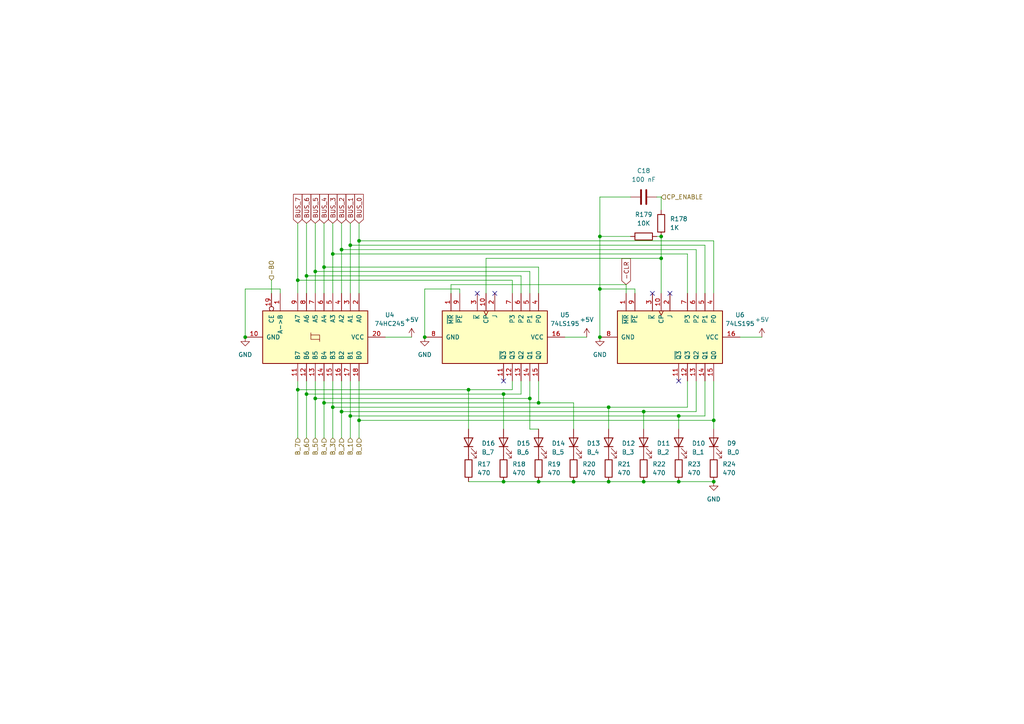
<source format=kicad_sch>
(kicad_sch (version 20230121) (generator eeschema)
  (paper "A4")
  (title_block (title "B-Register") (date "2023-07-12") (rev "1"))
  (lib_symbols
    (symbol "74xx:74HC245" (pin_names (offset 1.016))
      (property "Reference" "U" (at -7.62 16.51 0))
      (property "Value" "74HC245" (at -7.62 -16.51 0))
      (symbol "74HC245_1_0"
        (polyline (pts (xy -0.635 -1.27) (xy -0.635 1.27) (xy 0.635 1.27)))
        (polyline (pts (xy -1.27 -1.27) (xy 0.635 -1.27) (xy 0.635 1.27) (xy 1.27 1.27)))
        (pin input line (at -12.7 -10.16 0) (length 5.08) (name "A->B") (number "1"))
        (pin power_in line (at 0 -20.32 90) (length 5.08) (name "GND") (number "10"))
        (pin tri_state line (at 12.7 -5.08 180) (length 5.08) (name "B7") (number "11"))
        (pin tri_state line (at 12.7 -2.54 180) (length 5.08) (name "B6") (number "12"))
        (pin tri_state line (at 12.7 0 180) (length 5.08) (name "B5") (number "13"))
        (pin tri_state line (at 12.7 2.54 180) (length 5.08) (name "B4") (number "14"))
        (pin tri_state line (at 12.7 5.08 180) (length 5.08) (name "B3") (number "15"))
        (pin tri_state line (at 12.7 7.62 180) (length 5.08) (name "B2") (number "16"))
        (pin tri_state line (at 12.7 10.16 180) (length 5.08) (name "B1") (number "17"))
        (pin tri_state line (at 12.7 12.7 180) (length 5.08) (name "B0") (number "18"))
        (pin input inverted (at -12.7 -12.7 0) (length 5.08) (name "CE") (number "19"))
        (pin tri_state line (at -12.7 12.7 0) (length 5.08) (name "A0") (number "2"))
        (pin power_in line (at 0 20.32 270) (length 5.08) (name "VCC") (number "20"))
        (pin tri_state line (at -12.7 10.16 0) (length 5.08) (name "A1") (number "3"))
        (pin tri_state line (at -12.7 7.62 0) (length 5.08) (name "A2") (number "4"))
        (pin tri_state line (at -12.7 5.08 0) (length 5.08) (name "A3") (number "5"))
        (pin tri_state line (at -12.7 2.54 0) (length 5.08) (name "A4") (number "6"))
        (pin tri_state line (at -12.7 0 0) (length 5.08) (name "A5") (number "7"))
        (pin tri_state line (at -12.7 -2.54 0) (length 5.08) (name "A6") (number "8"))
        (pin tri_state line (at -12.7 -5.08 0) (length 5.08) (name "A7") (number "9"))
      )
      (symbol "74HC245_1_1"
        (rectangle (start -7.62 15.24) (end 7.62 -15.24) (stroke (width 0.254)) (fill (type background)))
      )
    )
    (symbol "74xx:74LS195" (pin_names (offset 1.016))
      (property "Reference" "U" (at -7.62 16.51 0))
      (property "Value" "74LS195" (at -7.62 -16.51 0))
      (symbol "74LS195_1_0"
        (pin input line (at -12.7 -12.7 0) (length 5.08) (name "~{MR}") (number "1"))
        (pin input clock (at -12.7 -2.54 0) (length 5.08) (name "CP") (number "10"))
        (pin output line (at 12.7 2.54 180) (length 5.08) (name "~{Q3}") (number "11"))
        (pin output line (at 12.7 5.08 180) (length 5.08) (name "Q3") (number "12"))
        (pin output line (at 12.7 7.62 180) (length 5.08) (name "Q2") (number "13"))
        (pin output line (at 12.7 10.16 180) (length 5.08) (name "Q1") (number "14"))
        (pin output line (at 12.7 12.7 180) (length 5.08) (name "Q0") (number "15"))
        (pin power_in line (at 0 20.32 270) (length 5.08) (name "VCC") (number "16"))
        (pin input line (at -12.7 0 0) (length 5.08) (name "J") (number "2"))
        (pin input line (at -12.7 -5.08 0) (length 5.08) (name "~{K}") (number "3"))
        (pin input line (at -12.7 12.7 0) (length 5.08) (name "P0") (number "4"))
        (pin input line (at -12.7 10.16 0) (length 5.08) (name "P1") (number "5"))
        (pin input line (at -12.7 7.62 0) (length 5.08) (name "P2") (number "6"))
        (pin input line (at -12.7 5.08 0) (length 5.08) (name "P3") (number "7"))
        (pin power_in line (at 0 -20.32 90) (length 5.08) (name "GND") (number "8"))
        (pin input line (at -12.7 -10.16 0) (length 5.08) (name "~{PE}") (number "9"))
      )
      (symbol "74LS195_1_1"
        (rectangle (start -7.62 15.24) (end 7.62 -15.24) (stroke (width 0.254)) (fill (type background)))
      )
    )
    (symbol "Device:C" (pin_numbers hide) (pin_names (offset 0.254))
      (property "Reference" "C" (at 0.635 2.54 0))
      (property "Value" "C" (at 0.635 -2.54 0))
      (symbol "C_0_1"
        (polyline (pts (xy -2.032 -0.762) (xy 2.032 -0.762)) (stroke (width 0.508)))
        (polyline (pts (xy -2.032 0.762) (xy 2.032 0.762)) (stroke (width 0.508)))
      )
      (symbol "C_1_1"
        (pin passive line (at 0 3.81 270) (length 2.794) (name "~") (number "1"))
        (pin passive line (at 0 -3.81 90) (length 2.794) (name "~") (number "2"))
      )
    )
    (symbol "Device:LED" (pin_numbers hide) (pin_names (offset 1.016) hide)
      (property "Reference" "D" (at 0 2.54 0))
      (property "Value" "LED" (at 0 -2.54 0))
      (symbol "LED_0_1"
        (polyline (pts (xy -1.27 -1.27) (xy -1.27 1.27)) (stroke (width 0.254)))
        (polyline (pts (xy -1.27 0) (xy 1.27 0)))
        (polyline (pts (xy 1.27 -1.27) (xy 1.27 1.27) (xy -1.27 0) (xy 1.27 -1.27)) (stroke (width 0.254)))
        (polyline (pts (xy -3.048 -0.762) (xy -4.572 -2.286) (xy -3.81 -2.286) (xy -4.572 -2.286) (xy -4.572 -1.524)))
        (polyline (pts (xy -1.778 -0.762) (xy -3.302 -2.286) (xy -2.54 -2.286) (xy -3.302 -2.286) (xy -3.302 -1.524)))
      )
      (symbol "LED_1_1"
        (pin passive line (at -3.81 0 0) (length 2.54) (name "K") (number "1"))
        (pin passive line (at 3.81 0 180) (length 2.54) (name "A") (number "2"))
      )
    )
    (symbol "Device:R" (pin_numbers hide) (pin_names (offset 0))
      (property "Reference" "R" (at 2.032 0 90))
      (property "Value" "R" (at 0 0 90))
      (symbol "R_0_1"
        (rectangle (start -1.016 -2.54) (end 1.016 2.54) (stroke (width 0.254)))
      )
      (symbol "R_1_1"
        (pin passive line (at 0 3.81 270) (length 1.27) (name "~") (number "1"))
        (pin passive line (at 0 -3.81 90) (length 1.27) (name "~") (number "2"))
      )
    )
    (symbol "power:+5V" (power) (pin_names (offset 0))
      (property "Value" "+5V" (at 0 3.556 0))
      (symbol "+5V_0_1"
        (polyline (pts (xy -0.762 1.27) (xy 0 2.54)))
        (polyline (pts (xy 0 0) (xy 0 2.54)))
        (polyline (pts (xy 0 2.54) (xy 0.762 1.27)))
      )
      (symbol "+5V_1_1"
        (pin power_in line (at 0 0 90) (length 0) hide (name "+5V") (number "1"))
      )
    )
    (symbol "power:GND" (power) (pin_names (offset 0))
      (property "Value" "GND" (at 0 -3.81 0))
      (symbol "GND_0_1"
        (polyline (pts (xy 0 0) (xy 0 -1.27) (xy 1.27 -1.27) (xy 0 -2.54) (xy -1.27 -1.27) (xy 0 -1.27)))
      )
      (symbol "GND_1_1"
        (pin power_in line (at 0 0 270) (length 0) hide (name "GND") (number "1"))
      )
    )
  )
  (junction (at 101.6 120.65))
  (junction (at 101.6 71.12))
  (junction (at 146.05 139.7))
  (junction (at 86.36 81.28))
  (junction (at 96.52 118.11))
  (junction (at 196.85 120.65))
  (junction (at 176.53 118.11))
  (junction (at 207.01 139.7))
  (junction (at 91.44 115.57))
  (junction (at 99.06 72.39))
  (junction (at 88.9 114.3))
  (junction (at 156.21 116.84))
  (junction (at 166.37 139.7))
  (junction (at 207.01 121.92))
  (junction (at 191.77 74.93))
  (junction (at 186.69 119.38))
  (junction (at 176.53 139.7))
  (junction (at 146.05 114.3))
  (junction (at 71.12 97.79))
  (junction (at 104.14 121.92))
  (junction (at 93.98 77.47))
  (junction (at 96.52 73.66))
  (junction (at 99.06 119.38))
  (junction (at 91.44 78.74))
  (junction (at 123.19 97.79))
  (junction (at 104.14 69.85))
  (junction (at 196.85 139.7))
  (junction (at 153.67 115.57))
  (junction (at 191.77 68.58))
  (junction (at 173.99 83.82))
  (junction (at 186.69 139.7))
  (junction (at 173.99 68.58))
  (junction (at 173.99 97.79))
  (junction (at 88.9 80.01))
  (junction (at 156.21 139.7))
  (junction (at 93.98 116.84))
  (junction (at 86.36 113.03))
  (junction (at 135.89 113.03))
  (no_connect (at 196.85 110.49))
  (no_connect (at 146.05 110.49))
  (no_connect (at 138.43 85.09))
  (no_connect (at 194.31 85.09))
  (no_connect (at 143.51 85.09))
  (no_connect (at 189.23 85.09))
  (wire (pts (xy 88.9 64.77) (xy 88.9 80.01)))
  (wire (pts (xy 153.67 124.46) (xy 153.67 115.57)))
  (wire (pts (xy 191.77 74.93) (xy 191.77 85.09)))
  (wire (pts (xy 166.37 139.7) (xy 176.53 139.7)))
  (wire (pts (xy 199.39 118.11) (xy 199.39 110.49)))
  (wire (pts (xy 153.67 115.57) (xy 153.67 110.49)))
  (wire (pts (xy 207.01 121.92) (xy 207.01 110.49)))
  (wire (pts (xy 176.53 139.7) (xy 186.69 139.7)))
  (wire (pts (xy 81.28 85.09) (xy 81.28 83.82)))
  (wire (pts (xy 99.06 119.38) (xy 186.69 119.38)))
  (wire (pts (xy 93.98 110.49) (xy 93.98 116.84)))
  (wire (pts (xy 191.77 68.58) (xy 191.77 74.93)))
  (wire (pts (xy 184.15 83.82) (xy 173.99 83.82)))
  (wire (pts (xy 135.89 139.7) (xy 146.05 139.7)))
  (wire (pts (xy 93.98 85.09) (xy 93.98 77.47)))
  (wire (pts (xy 151.13 80.01) (xy 151.13 85.09)))
  (wire (pts (xy 207.01 69.85) (xy 207.01 85.09)))
  (wire (pts (xy 173.99 83.82) (xy 173.99 68.58)))
  (wire (pts (xy 86.36 81.28) (xy 148.59 81.28)))
  (wire (pts (xy 91.44 115.57) (xy 91.44 127)))
  (wire (pts (xy 96.52 73.66) (xy 199.39 73.66)))
  (wire (pts (xy 96.52 110.49) (xy 96.52 118.11)))
  (wire (pts (xy 181.61 85.09) (xy 181.61 82.55)))
  (wire (pts (xy 91.44 64.77) (xy 91.44 78.74)))
  (wire (pts (xy 146.05 114.3) (xy 151.13 114.3)))
  (wire (pts (xy 123.19 83.82) (xy 123.19 97.79)))
  (wire (pts (xy 104.14 69.85) (xy 207.01 69.85)))
  (wire (pts (xy 99.06 72.39) (xy 201.93 72.39)))
  (wire (pts (xy 96.52 64.77) (xy 96.52 73.66)))
  (wire (pts (xy 93.98 116.84) (xy 156.21 116.84)))
  (wire (pts (xy 201.93 119.38) (xy 201.93 110.49)))
  (wire (pts (xy 99.06 64.77) (xy 99.06 72.39)))
  (wire (pts (xy 156.21 139.7) (xy 166.37 139.7)))
  (wire (pts (xy 86.36 113.03) (xy 135.89 113.03)))
  (wire (pts (xy 101.6 120.65) (xy 101.6 127)))
  (wire (pts (xy 190.5 57.15) (xy 191.77 57.15)))
  (wire (pts (xy 93.98 77.47) (xy 156.21 77.47)))
  (wire (pts (xy 166.37 116.84) (xy 156.21 116.84)))
  (wire (pts (xy 196.85 120.65) (xy 204.47 120.65)))
  (wire (pts (xy 186.69 139.7) (xy 196.85 139.7)))
  (wire (pts (xy 101.6 71.12) (xy 204.47 71.12)))
  (wire (pts (xy 96.52 127) (xy 96.52 118.11)))
  (wire (pts (xy 135.89 113.03) (xy 148.59 113.03)))
  (wire (pts (xy 199.39 73.66) (xy 199.39 85.09)))
  (wire (pts (xy 99.06 85.09) (xy 99.06 72.39)))
  (wire (pts (xy 153.67 78.74) (xy 153.67 85.09)))
  (wire (pts (xy 156.21 77.47) (xy 156.21 85.09)))
  (wire (pts (xy 104.14 85.09) (xy 104.14 69.85)))
  (wire (pts (xy 166.37 124.46) (xy 166.37 116.84)))
  (wire (pts (xy 101.6 110.49) (xy 101.6 120.65)))
  (wire (pts (xy 173.99 68.58) (xy 173.99 57.15)))
  (wire (pts (xy 146.05 114.3) (xy 146.05 124.46)))
  (wire (pts (xy 196.85 139.7) (xy 207.01 139.7)))
  (wire (pts (xy 130.81 82.55) (xy 181.61 82.55)))
  (wire (pts (xy 214.63 97.79) (xy 220.98 97.79)))
  (wire (pts (xy 123.19 83.82) (xy 133.35 83.82)))
  (wire (pts (xy 186.69 119.38) (xy 186.69 124.46)))
  (wire (pts (xy 186.69 119.38) (xy 201.93 119.38)))
  (wire (pts (xy 101.6 85.09) (xy 101.6 71.12)))
  (wire (pts (xy 190.5 68.58) (xy 191.77 68.58)))
  (wire (pts (xy 104.14 64.77) (xy 104.14 69.85)))
  (wire (pts (xy 96.52 118.11) (xy 176.53 118.11)))
  (wire (pts (xy 176.53 118.11) (xy 199.39 118.11)))
  (wire (pts (xy 93.98 64.77) (xy 93.98 77.47)))
  (wire (pts (xy 88.9 114.3) (xy 88.9 127)))
  (wire (pts (xy 135.89 113.03) (xy 135.89 124.46)))
  (wire (pts (xy 101.6 120.65) (xy 196.85 120.65)))
  (wire (pts (xy 104.14 110.49) (xy 104.14 121.92)))
  (wire (pts (xy 146.05 139.7) (xy 156.21 139.7)))
  (wire (pts (xy 163.83 97.79) (xy 170.18 97.79)))
  (wire (pts (xy 91.44 78.74) (xy 153.67 78.74)))
  (wire (pts (xy 207.01 121.92) (xy 207.01 124.46)))
  (wire (pts (xy 78.74 81.28) (xy 78.74 85.09)))
  (wire (pts (xy 86.36 85.09) (xy 86.36 81.28)))
  (wire (pts (xy 111.76 97.79) (xy 119.38 97.79)))
  (wire (pts (xy 96.52 85.09) (xy 96.52 73.66)))
  (wire (pts (xy 151.13 114.3) (xy 151.13 110.49)))
  (wire (pts (xy 99.06 110.49) (xy 99.06 119.38)))
  (wire (pts (xy 148.59 81.28) (xy 148.59 85.09)))
  (wire (pts (xy 173.99 68.58) (xy 182.88 68.58)))
  (wire (pts (xy 156.21 124.46) (xy 153.67 124.46)))
  (wire (pts (xy 156.21 116.84) (xy 156.21 110.49)))
  (wire (pts (xy 196.85 120.65) (xy 196.85 124.46)))
  (wire (pts (xy 86.36 110.49) (xy 86.36 113.03)))
  (wire (pts (xy 104.14 121.92) (xy 207.01 121.92)))
  (wire (pts (xy 88.9 80.01) (xy 151.13 80.01)))
  (wire (pts (xy 130.81 82.55) (xy 130.81 85.09)))
  (wire (pts (xy 173.99 83.82) (xy 173.99 97.79)))
  (wire (pts (xy 88.9 110.49) (xy 88.9 114.3)))
  (wire (pts (xy 91.44 85.09) (xy 91.44 78.74)))
  (wire (pts (xy 86.36 64.77) (xy 86.36 81.28)))
  (wire (pts (xy 99.06 119.38) (xy 99.06 127)))
  (wire (pts (xy 88.9 85.09) (xy 88.9 80.01)))
  (wire (pts (xy 71.12 83.82) (xy 71.12 97.79)))
  (wire (pts (xy 133.35 83.82) (xy 133.35 85.09)))
  (wire (pts (xy 204.47 71.12) (xy 204.47 85.09)))
  (wire (pts (xy 101.6 64.77) (xy 101.6 71.12)))
  (wire (pts (xy 184.15 85.09) (xy 184.15 83.82)))
  (wire (pts (xy 93.98 127) (xy 93.98 116.84)))
  (wire (pts (xy 91.44 110.49) (xy 91.44 115.57)))
  (wire (pts (xy 104.14 121.92) (xy 104.14 127)))
  (wire (pts (xy 201.93 72.39) (xy 201.93 85.09)))
  (wire (pts (xy 176.53 118.11) (xy 176.53 124.46)))
  (wire (pts (xy 91.44 115.57) (xy 153.67 115.57)))
  (wire (pts (xy 140.97 74.93) (xy 191.77 74.93)))
  (wire (pts (xy 140.97 85.09) (xy 140.97 74.93)))
  (wire (pts (xy 86.36 113.03) (xy 86.36 127)))
  (wire (pts (xy 88.9 114.3) (xy 146.05 114.3)))
  (wire (pts (xy 191.77 57.15) (xy 191.77 60.96)))
  (wire (pts (xy 81.28 83.82) (xy 71.12 83.82)))
  (wire (pts (xy 204.47 120.65) (xy 204.47 110.49)))
  (wire (pts (xy 148.59 113.03) (xy 148.59 110.49)))
  (wire (pts (xy 173.99 57.15) (xy 182.88 57.15)))
  (global_label "BUS_0" (shape input) (at 104.14 64.77 90) (property "Intersheetrefs" "${INTERSHEET_REFS}" (effects hide)))
  (global_label "BUS_1" (shape input) (at 101.6 64.77 90) (property "Intersheetrefs" "${INTERSHEET_REFS}" (effects hide)))
  (global_label "BUS_4" (shape input) (at 93.98 64.77 90) (property "Intersheetrefs" "${INTERSHEET_REFS}" (effects hide)))
  (global_label "-CLR" (shape input) (at 181.61 82.55 90) (property "Intersheetrefs" "${INTERSHEET_REFS}" (effects hide)))
  (global_label "BUS_3" (shape input) (at 96.52 64.77 90) (property "Intersheetrefs" "${INTERSHEET_REFS}" (effects hide)))
  (global_label "BUS_6" (shape input) (at 88.9 64.77 90) (property "Intersheetrefs" "${INTERSHEET_REFS}" (effects hide)))
  (global_label "BUS_2" (shape input) (at 99.06 64.77 90) (property "Intersheetrefs" "${INTERSHEET_REFS}" (effects hide)))
  (global_label "BUS_5" (shape input) (at 91.44 64.77 90) (property "Intersheetrefs" "${INTERSHEET_REFS}" (effects hide)))
  (global_label "BUS_7" (shape input) (at 86.36 64.77 90) (property "Intersheetrefs" "${INTERSHEET_REFS}" (effects hide)))
  (hierarchical_label "B_4" (shape input) (at 93.98 127 270))
  (hierarchical_label "-BO" (shape input) (at 78.74 81.28 90))
  (hierarchical_label "CP_ENABLE" (shape input) (at 191.77 57.15 0))
  (hierarchical_label "B_6" (shape input) (at 88.9 127 270))
  (hierarchical_label "B_1" (shape input) (at 101.6 127 270))
  (hierarchical_label "B_7" (shape input) (at 86.36 127 270))
  (hierarchical_label "B_3" (shape input) (at 96.52 127 270))
  (hierarchical_label "B_2" (shape input) (at 99.06 127 270))
  (hierarchical_label "B_5" (shape input) (at 91.44 127 270))
  (hierarchical_label "B_0" (shape input) (at 104.14 127 270))
  (symbol (lib_id "power:GND") (at 71.12 97.79 0) (unit 1)
    (property "Reference" "#PWR010" (effects hide))
    (property "Value" "GND" (at 71.12 102.87 0))
  )
  (symbol (lib_id "power:GND") (at 123.19 97.79 0) (unit 1)
    (property "Reference" "#PWR09" (effects hide))
    (property "Value" "GND" (at 123.19 102.87 0))
  )
  (symbol (lib_id "Device:R") (at 207.01 135.89 0) (unit 1)
    (property "Reference" "R24" (at 209.55 134.62 0) (effects (justify left)))
    (property "Value" "470" (at 209.55 137.16 0) (effects (justify left)))
    (property "Footprint" "Resistor_SMD:R_1206_3216Metric_Pad1.30x1.75mm_HandSolder" (effects hide))
  )
  (symbol (lib_id "power:GND") (at 207.01 139.7 0) (unit 1)
    (property "Reference" "#PWR022" (effects hide))
    (property "Value" "GND" (at 207.01 144.78 0))
  )
  (symbol (lib_id "Device:R") (at 196.85 135.89 0) (unit 1)
    (property "Reference" "R23" (at 199.39 134.62 0) (effects (justify left)))
    (property "Value" "470" (at 199.39 137.16 0) (effects (justify left)))
    (property "Footprint" "Resistor_SMD:R_1206_3216Metric_Pad1.30x1.75mm_HandSolder" (effects hide))
  )
  (symbol (lib_id "Device:LED") (at 166.37 128.27 90) (unit 1)
    (property "Reference" "D13" (at 170.18 128.5875 90) (effects (justify right)))
    (property "Value" "B_4" (at 170.18 131.1275 90) (effects (justify right)))
    (property "Footprint" "LED_THT:LED_D3.0mm" (effects hide))
  )
  (symbol (lib_id "Device:LED") (at 207.01 128.27 90) (unit 1)
    (property "Reference" "D9" (at 210.82 128.5875 90) (effects (justify right)))
    (property "Value" "B_0" (at 210.82 131.1275 90) (effects (justify right)))
    (property "Footprint" "LED_THT:LED_D3.0mm" (effects hide))
  )
  (symbol (lib_id "Device:R") (at 166.37 135.89 0) (unit 1)
    (property "Reference" "R20" (at 168.91 134.62 0) (effects (justify left)))
    (property "Value" "470" (at 168.91 137.16 0) (effects (justify left)))
    (property "Footprint" "Resistor_SMD:R_1206_3216Metric_Pad1.30x1.75mm_HandSolder" (effects hide))
  )
  (symbol (lib_id "74xx:74HC245") (at 91.44 97.79 270) (unit 1)
    (property "Reference" "U4" (at 113.03 91.3383 90))
    (property "Value" "74HC245" (at 113.03 93.8783 90))
    (property "Footprint" "Package_DIP:DIP-20_W7.62mm_Socket" (effects hide))
    (property "Datasheet" "http://www.ti.com/lit/gpn/sn74HC245" (effects hide))
  )
  (symbol (lib_id "Device:R") (at 191.77 64.77 0) (unit 1)
    (property "Reference" "R178" (at 194.31 63.5 0) (effects (justify left)))
    (property "Value" "1K" (at 194.31 66.04 0) (effects (justify left)))
    (property "Footprint" "Resistor_SMD:R_1206_3216Metric_Pad1.30x1.75mm_HandSolder" (effects hide))
  )
  (symbol (lib_id "Device:LED") (at 135.89 128.27 90) (unit 1)
    (property "Reference" "D16" (at 139.7 128.5875 90) (effects (justify right)))
    (property "Value" "B_7" (at 139.7 131.1275 90) (effects (justify right)))
    (property "Footprint" "LED_THT:LED_D3.0mm" (effects hide))
  )
  (symbol (lib_id "Device:LED") (at 156.21 128.27 90) (unit 1)
    (property "Reference" "D14" (at 160.02 128.5875 90) (effects (justify right)))
    (property "Value" "B_5" (at 160.02 131.1275 90) (effects (justify right)))
    (property "Footprint" "LED_THT:LED_D3.0mm" (effects hide))
  )
  (symbol (lib_id "Device:LED") (at 146.05 128.27 90) (unit 1)
    (property "Reference" "D15" (at 149.86 128.5875 90) (effects (justify right)))
    (property "Value" "B_6" (at 149.86 131.1275 90) (effects (justify right)))
    (property "Footprint" "LED_THT:LED_D3.0mm" (effects hide))
  )
  (symbol (lib_id "74xx:74LS195") (at 194.31 97.79 270) (unit 1)
    (property "Reference" "U6" (at 214.63 91.3383 90))
    (property "Value" "74LS195" (at 214.63 93.8783 90))
    (property "Footprint" "Package_DIP:DIP-16_W7.62mm_Socket" (effects hide))
    (property "Datasheet" "http://www.ti.com/lit/gpn/sn74LS195" (effects hide))
  )
  (symbol (lib_id "Device:LED") (at 186.69 128.27 90) (unit 1)
    (property "Reference" "D11" (at 190.5 128.5875 90) (effects (justify right)))
    (property "Value" "B_2" (at 190.5 131.1275 90) (effects (justify right)))
    (property "Footprint" "LED_THT:LED_D3.0mm" (effects hide))
  )
  (symbol (lib_id "Device:R") (at 146.05 135.89 0) (unit 1)
    (property "Reference" "R18" (at 148.59 134.62 0) (effects (justify left)))
    (property "Value" "470" (at 148.59 137.16 0) (effects (justify left)))
    (property "Footprint" "Resistor_SMD:R_1206_3216Metric_Pad1.30x1.75mm_HandSolder" (effects hide))
  )
  (symbol (lib_id "power:+5V") (at 119.38 97.79 0) (unit 1)
    (property "Reference" "#PWR012" (effects hide))
    (property "Value" "+5V" (at 119.38 92.71 0))
  )
  (symbol (lib_id "power:GND") (at 173.99 97.79 0) (unit 1)
    (property "Reference" "#PWR08" (effects hide))
    (property "Value" "GND" (at 173.99 102.87 0))
  )
  (symbol (lib_id "74xx:74LS195") (at 143.51 97.79 270) (unit 1)
    (property "Reference" "U5" (at 163.83 91.3383 90))
    (property "Value" "74LS195" (at 163.83 93.8783 90))
    (property "Footprint" "Package_DIP:DIP-16_W7.62mm_Socket" (effects hide))
    (property "Datasheet" "http://www.ti.com/lit/gpn/sn74LS195" (effects hide))
  )
  (symbol (lib_id "Device:R") (at 176.53 135.89 0) (unit 1)
    (property "Reference" "R21" (at 179.07 134.62 0) (effects (justify left)))
    (property "Value" "470" (at 179.07 137.16 0) (effects (justify left)))
    (property "Footprint" "Resistor_SMD:R_1206_3216Metric_Pad1.30x1.75mm_HandSolder" (effects hide))
  )
  (symbol (lib_id "Device:R") (at 135.89 135.89 0) (unit 1)
    (property "Reference" "R17" (at 138.43 134.62 0) (effects (justify left)))
    (property "Value" "470" (at 138.43 137.16 0) (effects (justify left)))
    (property "Footprint" "Resistor_SMD:R_1206_3216Metric_Pad1.30x1.75mm_HandSolder" (effects hide))
  )
  (symbol (lib_id "Device:LED") (at 196.85 128.27 90) (unit 1)
    (property "Reference" "D10" (at 200.66 128.5875 90) (effects (justify right)))
    (property "Value" "B_1" (at 200.66 131.1275 90) (effects (justify right)))
    (property "Footprint" "LED_THT:LED_D3.0mm" (effects hide))
  )
  (symbol (lib_id "Device:R") (at 156.21 135.89 0) (unit 1)
    (property "Reference" "R19" (at 158.75 134.62 0) (effects (justify left)))
    (property "Value" "470" (at 158.75 137.16 0) (effects (justify left)))
    (property "Footprint" "Resistor_SMD:R_1206_3216Metric_Pad1.30x1.75mm_HandSolder" (effects hide))
  )
  (symbol (lib_id "power:+5V") (at 170.18 97.79 0) (unit 1)
    (property "Reference" "#PWR011" (effects hide))
    (property "Value" "+5V" (at 170.18 92.71 0))
  )
  (symbol (lib_id "Device:C") (at 186.69 57.15 90) (unit 1)
    (property "Reference" "C18" (at 186.69 49.53 90))
    (property "Value" "100 nF" (at 186.69 52.07 90))
  )
  (symbol (lib_id "Device:R") (at 186.69 135.89 0) (unit 1)
    (property "Reference" "R22" (at 189.23 134.62 0) (effects (justify left)))
    (property "Value" "470" (at 189.23 137.16 0) (effects (justify left)))
    (property "Footprint" "Resistor_SMD:R_1206_3216Metric_Pad1.30x1.75mm_HandSolder" (effects hide))
  )
  (symbol (lib_id "power:+5V") (at 220.98 97.79 0) (unit 1)
    (property "Reference" "#PWR013" (effects hide))
    (property "Value" "+5V" (at 220.98 92.71 0))
  )
  (symbol (lib_id "Device:LED") (at 176.53 128.27 90) (unit 1)
    (property "Reference" "D12" (at 180.34 128.5875 90) (effects (justify right)))
    (property "Value" "B_3" (at 180.34 131.1275 90) (effects (justify right)))
    (property "Footprint" "LED_THT:LED_D3.0mm" (effects hide))
  )
  (symbol (lib_id "Device:R") (at 186.69 68.58 90) (unit 1)
    (property "Reference" "R179" (at 186.69 62.23 90))
    (property "Value" "10K" (at 186.69 64.77 90))
    (property "Footprint" "Resistor_SMD:R_1206_3216Metric_Pad1.30x1.75mm_HandSolder" (effects hide))
  )
)
</source>
